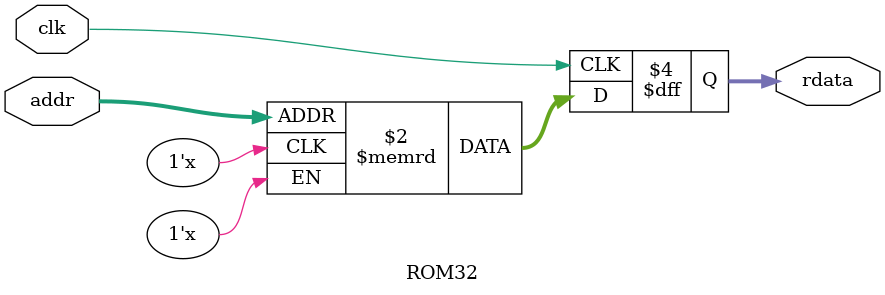
<source format=v>
module Memory1 #(
    parameter ADDR_WIDTH = 8,
    parameter CONTENT = ""
) (
    input clk, 
    input write,
    input wdata,
    input [ADDR_WIDTH-1:0] addr,
    output reg rdata
);
    localparam integer SIZE = 1 << ADDR_WIDTH;

    reg mem [0:SIZE-1];

    initial begin
        if (CONTENT != "") $readmemh(CONTENT, mem);
    end

    always @(posedge clk) begin
        rdata <= mem[addr];
        if (write) mem[addr] <= wdata;
    end
endmodule


// 8 bit single ported zero latency memory
module Memory8 #(
    parameter ADDR_WIDTH = 8,
    parameter SIZE = 0,
    parameter CONTENT = ""
) (
    input clk, 
    input write,
    input [7:0] wdata,
    input [ADDR_WIDTH-1:0] addr,
    output reg [7:0] rdata
);
    localparam integer COMPUTED_SIZE = (SIZE==0) ? (1 << ADDR_WIDTH) : SIZE;

    reg [7:0] mem [0:COMPUTED_SIZE-1];

    initial begin
        if (CONTENT != "") $readmemh(CONTENT, mem);
    end

    always @(posedge clk) begin
        rdata <= mem[addr];
        if (write) mem[addr] <= wdata;
    end
endmodule


// 9 bit single ported zero latency memory
module Memory9 #(
    parameter ADDR_WIDTH = 8,
    parameter SIZE = 0,
    parameter CONTENT = ""
) (
    input clk, 
    input write,
    input [8:0] wdata,
    input [ADDR_WIDTH-1:0] addr,
    output reg [8:0] rdata
);
    localparam integer COMPUTED_SIZE = (SIZE==0) ? (1 << ADDR_WIDTH) : SIZE;

    reg [8:0] mem [0:COMPUTED_SIZE-1];

    initial begin
        if (CONTENT != "") $readmemh(CONTENT, mem);
    end

    always @(posedge clk) begin
        rdata <= mem[addr];
        if (write) mem[addr] <= wdata;
    end
endmodule


// 32 bit plus grubby
module Memory4x9 #(
    parameter ADDR_WIDTH = 14,
    parameter SIZE = 0,
    parameter CONTENT_BYTE0 = "",
    parameter CONTENT_BYTE1 = "",
    parameter CONTENT_BYTE2 = "",
    parameter CONTENT_BYTE3 = ""
) (
    input clk,
    input write,
    input [3:0] wmask,
    input [31:0] wdata,
    input wgrubby,
    input [ADDR_WIDTH-1:0] addr,
    output [31:0] rdata,
    output rgrubby
);

    wire wren0 = write & wmask[0];
    wire wren1 = write & wmask[1];
    wire wren2 = write & wmask[2];
    wire wren3 = write & wmask[3];
    wire [8:0] rbyte0;
    wire [8:0] rbyte1;
    wire [8:0] rbyte2;
    wire [8:0] rbyte3;

    assign rdata = {rbyte3[7:0], rbyte2[7:0], rbyte1[7:0], rbyte0[7:0]};
    assign rgrubby = rbyte3[8] | rbyte2[8] | rbyte1[8] | rbyte0[8];

    Memory9 #(
        .ADDR_WIDTH(ADDR_WIDTH),
        .SIZE(SIZE/4),
        .CONTENT(CONTENT_BYTE0)
    ) mem0 (
        .clk    (clk),
        .write  (wren0),
        .wdata  ({wgrubby, wdata[7:0]}),
        .addr   (addr),
        .rdata  (rbyte0)
    );

    Memory9 #(
        .ADDR_WIDTH(ADDR_WIDTH),
        .SIZE(SIZE/4),
        .CONTENT(CONTENT_BYTE1)
    ) mem1 (
        .clk    (clk),
        .write  (wren1),
        .wdata  ({wgrubby, wdata[15:8]}),
        .addr   (addr),
        .rdata  (rbyte1)
    );

    Memory9 #(
        .ADDR_WIDTH(ADDR_WIDTH),
        .SIZE(SIZE/4),
        .CONTENT(CONTENT_BYTE2)
    ) mem2 (
        .clk    (clk),
        .write  (wren2),
        .wdata  ({wgrubby, wdata[23:16]}),
        .addr   (addr),
        .rdata  (rbyte2)
    );

    Memory9 #(
        .ADDR_WIDTH(ADDR_WIDTH),
        .SIZE(SIZE/4),
        .CONTENT(CONTENT_BYTE3)
    ) mem3 (
        .clk    (clk),
        .write  (wren3),
        .wdata  ({wgrubby, wdata[31:24]}),
        .addr   (addr),
        .rdata  (rbyte3)
    );
endmodule


// 32 bit single ported zero latency memory
module Memory32 #(
    parameter ADDR_WIDTH = 8,
    parameter CONTENT = ""
) (
    input clk, 
    input write,
    input [3:0] wmask,
    input [31:0] wdata,
    input [ADDR_WIDTH-1:0] addr,
    output reg [31:0] rdata
);
    localparam integer SIZE = 1 << ADDR_WIDTH;

    reg [31:0] mem [0:SIZE-1];

    initial begin
        if (CONTENT != "") $readmemh(CONTENT, mem);
    end

    always @(posedge clk) begin
        rdata <= mem[addr];
        if (write) begin
            if (wmask[0]) mem[addr][7:0] <= wdata[7:0];
            if (wmask[1]) mem[addr][15:8] <= wdata[15:8];
            if (wmask[2]) mem[addr][23:16] <= wdata[23:16];
            if (wmask[3]) mem[addr][31:24] <= wdata[31:24];
        end
    end
endmodule


// 33 bit single ported zero latency memory
// only for simulation: return xxxx if valid not set
module Memory33Sim #(
    parameter WIDTH = 8,
    parameter CONTENT = ""
) (
    input clk, 
    input valid,
    input write,
    input  [3:0] wmask,
    input [31:0] wdata,
    input        wgrubby,
    input [WIDTH-1:0] addr,
    output reg [31:0] rdata,
    output reg        rgrubby
);
    localparam integer SIZE = 1 << WIDTH;

    reg [32:0] mem [0:SIZE-1];

    initial begin
        if (CONTENT != "") $readmemh(CONTENT, mem);
    end

    always @(posedge clk) begin
        rdata <= valid ? mem[addr][31:0] : 32'bx;
        rgrubby <= valid ? mem[addr][32] : 1'bx;
        if (valid & write) begin
            if (wmask[0]) mem[addr][7:0] <= wdata[7:0];
            if (wmask[1]) mem[addr][15:8] <= wdata[15:8];
            if (wmask[2]) mem[addr][23:16] <= wdata[23:16];
            if (wmask[3]) mem[addr][31:24] <= wdata[31:24];
            if (wmask != 0) mem[addr][32] <= (wmask != 4'b1111) | wgrubby;
        end
    end
endmodule




















// 32 bit single ported zero latency memory
// only for simulation: return xxxx if valid not set
module Memory32Sim #(
    parameter WIDTH = 8,
    parameter CONTENT = ""
) (
    input clk, 
    input valid,
    input write,
    input [3:0] wmask,
    input [31:0] wdata,
    input [WIDTH-1:0] addr,
    output reg [31:0] rdata
);
    localparam integer SIZE = 1 << WIDTH;

    reg [31:0] mem [0:SIZE-1];

    initial begin
        if (CONTENT != "") $readmemh(CONTENT, mem);
    end

    always @(posedge clk) begin
        rdata <= valid ? mem[addr] : 32'bx;
        if (valid & write) begin
            if (wmask[0]) mem[addr][7:0] <= wdata[7:0];
            if (wmask[1]) mem[addr][15:8] <= wdata[15:8];
            if (wmask[2]) mem[addr][23:16] <= wdata[23:16];
            if (wmask[3]) mem[addr][31:24] <= wdata[31:24];
        end
    end
endmodule


// 36 bit single ported zero latency memory
// Synthesisable, but cannot be pre-initialised because of parity bits
// Use for FPGA
module Memory36 #(
    parameter WIDTH = 8
) (
    input clk, 
    input valid,
    input write,
    input [3:0] wmask,
    input [35:0] wdata,
    input [WIDTH-1:0] addr,
    output reg [35:0] rdata
);
    localparam integer SIZE = 1 << WIDTH;

    reg [35:0] mem [0:SIZE-1];

    always @(posedge clk) begin
        rdata <= {mem[addr][35], mem[addr][26], mem[addr][17], mem[addr][8],
                  mem[addr][34:27], mem[addr][25:18], mem[addr][16:9], mem[addr][7:0]};
        if (valid & write) begin
            if (wmask[0]) mem[addr][8:0]   <= {wdata[32], wdata[7:0]};
            if (wmask[1]) mem[addr][17:9]  <= {wdata[33], wdata[15:8]};
            if (wmask[2]) mem[addr][26:18] <= {wdata[34], wdata[23:16]};
            if (wmask[3]) mem[addr][35:27] <= {wdata[35], wdata[31:24]};
        end
    end
endmodule


// 36 bit single ported zero latency memory
// Pre-initialisable, but maybe hard to synthesize
// Use for simulation
module Memory36Content #(
    parameter WIDTH = 13,
    parameter CONTENT = ""
) (
    input clk, 
    input valid,
    input write,
    input [3:0] wmask,
    input [35:0] wdata,
    input [WIDTH-1:0] addr,
    output reg [35:0] rdata
);
    localparam integer SIZE = 1 << WIDTH;

    reg [35:0] mem [0:SIZE-1];

    initial begin
        if (CONTENT != "") $readmemh(CONTENT, mem);
    end

    always @(posedge clk) begin
        rdata <= mem[addr];
        if (valid & write) begin
            if (wmask[0]) mem[addr][7:0] <= wdata[7:0];
            if (wmask[1]) mem[addr][15:8] <= wdata[15:8];
            if (wmask[2]) mem[addr][23:16] <= wdata[23:16];
            if (wmask[3]) mem[addr][31:24] <= wdata[31:24];
            mem[addr][35:32] <= wdata[35:32];
        end
    end
endmodule


// 32 bit read-only memory
module ROM32 #(
    parameter WIDTH = 8,
    parameter CONTENT = ""
) (
    input clk, 
    input [WIDTH-1:0] addr,
    output reg [31:0] rdata
);
    localparam integer SIZE = 1 << WIDTH;

    reg [31:0] mem [0:SIZE-1];

    initial begin
        if (CONTENT != "") $readmemh(CONTENT, mem);
    end

    always @(posedge clk) begin
        rdata <= mem[addr];
    end
endmodule

</source>
